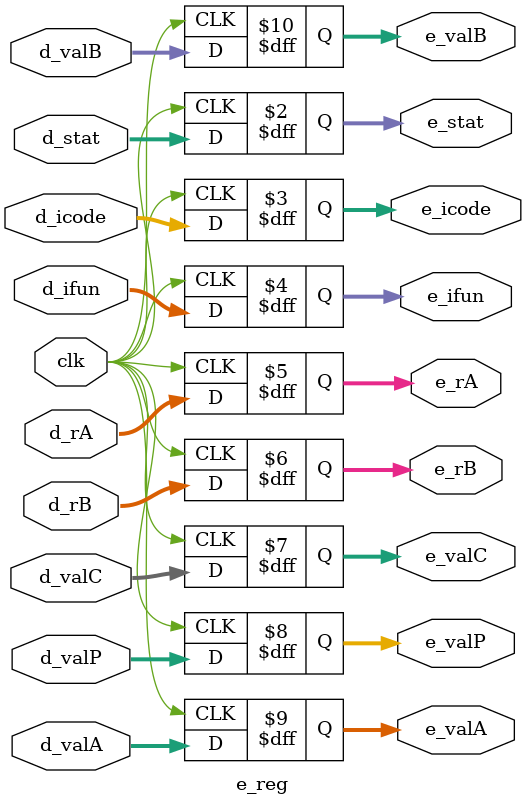
<source format=v>
`timescale 1ns / 1ps

module e_reg(
  clk,
  d_stat,d_icode,d_ifun,d_rA,d_rB,d_valC,d_valP,d_valA,d_valB,
  e_stat,e_icode,e_ifun,e_rA,e_rB,e_valC,e_valP,e_valA,e_valB
);  
  input clk;
  input [2:0]  d_stat;
  input [3:0]  d_icode;
  input [3:0]  d_ifun;
  input [3:0]  d_rA;
  input [3:0]  d_rB;
  input [63:0] d_valC;
  input [63:0] d_valP;
  input [63:0] d_valA;
  input [63:0] d_valB;
  output reg [2:0]  e_stat;
  output reg [3:0]  e_icode;
  output reg [3:0]  e_ifun;
  output reg [3:0]  e_rA;
  output reg [3:0]  e_rB;
  output reg [63:0] e_valC;
  output reg [63:0] e_valP;
  output reg [63:0] e_valA;
  output reg [63:0] e_valB;

  always@(posedge clk)
  begin
    e_stat    <=  d_stat;    
    e_icode   <=  d_icode;     
    e_ifun    <=  d_ifun;    
    e_rA      <=  d_rA;  
    e_rB      <=  d_rB;  
    e_valC    <=  d_valC;    
    e_valP    <=  d_valP;    
    e_valA    <=  d_valA;    
    e_valB    <=  d_valB;    
  end
endmodule
</source>
